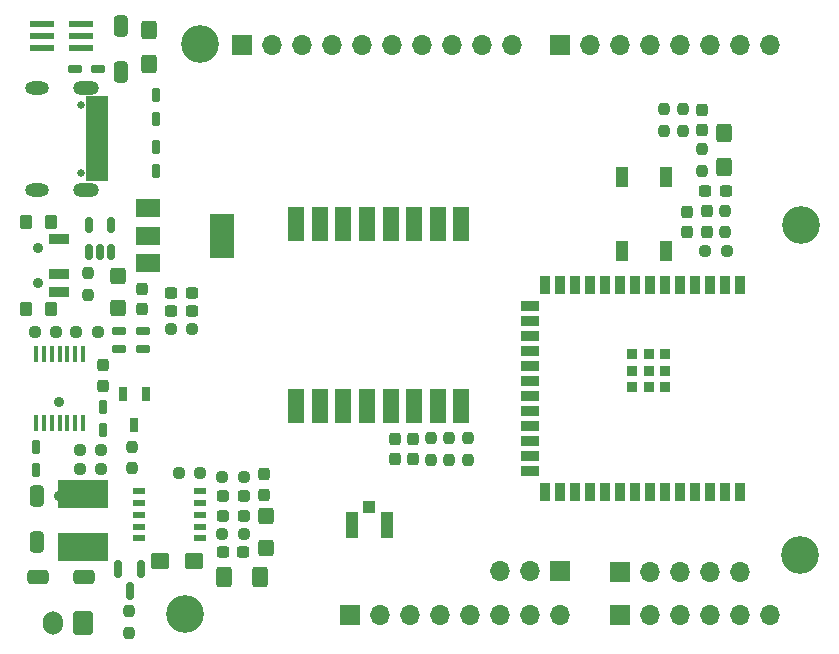
<source format=gbr>
%TF.GenerationSoftware,KiCad,Pcbnew,7.0.6*%
%TF.CreationDate,2024-02-07T19:17:42+08:00*%
%TF.ProjectId,PCB_Main_Board_ESP32S3_RFM95,5043425f-4d61-4696-9e5f-426f6172645f,rev?*%
%TF.SameCoordinates,Original*%
%TF.FileFunction,Soldermask,Top*%
%TF.FilePolarity,Negative*%
%FSLAX46Y46*%
G04 Gerber Fmt 4.6, Leading zero omitted, Abs format (unit mm)*
G04 Created by KiCad (PCBNEW 7.0.6) date 2024-02-07 19:17:42*
%MOMM*%
%LPD*%
G01*
G04 APERTURE LIST*
G04 Aperture macros list*
%AMRoundRect*
0 Rectangle with rounded corners*
0 $1 Rounding radius*
0 $2 $3 $4 $5 $6 $7 $8 $9 X,Y pos of 4 corners*
0 Add a 4 corners polygon primitive as box body*
4,1,4,$2,$3,$4,$5,$6,$7,$8,$9,$2,$3,0*
0 Add four circle primitives for the rounded corners*
1,1,$1+$1,$2,$3*
1,1,$1+$1,$4,$5*
1,1,$1+$1,$6,$7*
1,1,$1+$1,$8,$9*
0 Add four rect primitives between the rounded corners*
20,1,$1+$1,$2,$3,$4,$5,0*
20,1,$1+$1,$4,$5,$6,$7,0*
20,1,$1+$1,$6,$7,$8,$9,0*
20,1,$1+$1,$8,$9,$2,$3,0*%
G04 Aperture macros list end*
%ADD10RoundRect,0.237500X-0.287500X-0.237500X0.287500X-0.237500X0.287500X0.237500X-0.287500X0.237500X0*%
%ADD11C,3.200000*%
%ADD12RoundRect,0.250000X0.600000X0.750000X-0.600000X0.750000X-0.600000X-0.750000X0.600000X-0.750000X0*%
%ADD13O,1.700000X2.000000*%
%ADD14RoundRect,0.237500X-0.250000X-0.237500X0.250000X-0.237500X0.250000X0.237500X-0.250000X0.237500X0*%
%ADD15RoundRect,0.250000X-0.537500X-0.425000X0.537500X-0.425000X0.537500X0.425000X-0.537500X0.425000X0*%
%ADD16RoundRect,0.237500X-0.237500X0.250000X-0.237500X-0.250000X0.237500X-0.250000X0.237500X0.250000X0*%
%ADD17RoundRect,0.237500X0.237500X-0.300000X0.237500X0.300000X-0.237500X0.300000X-0.237500X-0.300000X0*%
%ADD18R,2.000000X1.500000*%
%ADD19R,2.000000X3.800000*%
%ADD20RoundRect,0.237500X0.250000X0.237500X-0.250000X0.237500X-0.250000X-0.237500X0.250000X-0.237500X0*%
%ADD21RoundRect,0.175000X0.175000X-0.425000X0.175000X0.425000X-0.175000X0.425000X-0.175000X-0.425000X0*%
%ADD22C,0.650000*%
%ADD23RoundRect,0.102000X-0.870000X0.150000X-0.870000X-0.150000X0.870000X-0.150000X0.870000X0.150000X0*%
%ADD24O,2.204000X1.204000*%
%ADD25O,2.004000X1.104000*%
%ADD26RoundRect,0.237500X-0.300000X-0.237500X0.300000X-0.237500X0.300000X0.237500X-0.300000X0.237500X0*%
%ADD27R,1.700000X1.700000*%
%ADD28O,1.700000X1.700000*%
%ADD29RoundRect,0.300000X0.300000X-0.600000X0.300000X0.600000X-0.300000X0.600000X-0.300000X-0.600000X0*%
%ADD30RoundRect,0.250000X0.425000X-0.450000X0.425000X0.450000X-0.425000X0.450000X-0.425000X-0.450000X0*%
%ADD31RoundRect,0.175000X-0.175000X0.425000X-0.175000X-0.425000X0.175000X-0.425000X0.175000X0.425000X0*%
%ADD32RoundRect,0.237500X0.237500X-0.250000X0.237500X0.250000X-0.237500X0.250000X-0.237500X-0.250000X0*%
%ADD33C,0.900000*%
%ADD34RoundRect,0.102000X-0.750000X0.350000X-0.750000X-0.350000X0.750000X-0.350000X0.750000X0.350000X0*%
%ADD35RoundRect,0.102000X-0.400000X0.500000X-0.400000X-0.500000X0.400000X-0.500000X0.400000X0.500000X0*%
%ADD36RoundRect,0.175000X0.425000X0.175000X-0.425000X0.175000X-0.425000X-0.175000X0.425000X-0.175000X0*%
%ADD37RoundRect,0.300000X-0.600000X-0.300000X0.600000X-0.300000X0.600000X0.300000X-0.600000X0.300000X0*%
%ADD38RoundRect,0.150000X-0.150000X0.587500X-0.150000X-0.587500X0.150000X-0.587500X0.150000X0.587500X0*%
%ADD39R,1.100000X2.250000*%
%ADD40R,1.050000X1.100000*%
%ADD41R,1.100000X0.510000*%
%ADD42R,0.355600X1.473200*%
%ADD43RoundRect,0.250000X0.400000X0.625000X-0.400000X0.625000X-0.400000X-0.625000X0.400000X-0.625000X0*%
%ADD44RoundRect,0.250000X-0.425000X0.450000X-0.425000X-0.450000X0.425000X-0.450000X0.425000X0.450000X0*%
%ADD45R,4.200000X2.400000*%
%ADD46RoundRect,0.150000X0.150000X-0.512500X0.150000X0.512500X-0.150000X0.512500X-0.150000X-0.512500X0*%
%ADD47RoundRect,0.250000X0.425000X-0.537500X0.425000X0.537500X-0.425000X0.537500X-0.425000X-0.537500X0*%
%ADD48RoundRect,0.300000X-0.300000X0.600000X-0.300000X-0.600000X0.300000X-0.600000X0.300000X0.600000X0*%
%ADD49R,2.000000X0.500000*%
%ADD50RoundRect,0.237500X-0.237500X0.300000X-0.237500X-0.300000X0.237500X-0.300000X0.237500X0.300000X0*%
%ADD51RoundRect,0.237500X-0.237500X0.287500X-0.237500X-0.287500X0.237500X-0.287500X0.237500X0.287500X0*%
%ADD52R,0.900000X1.500000*%
%ADD53R,1.500000X0.900000*%
%ADD54R,0.900000X0.900000*%
%ADD55R,0.650000X1.220000*%
%ADD56R,1.400000X3.000000*%
%ADD57R,1.000000X1.700000*%
G04 APERTURE END LIST*
D10*
%TO.C,D1*%
X56937500Y-98340000D03*
X58687500Y-98340000D03*
%TD*%
D11*
%TO.C,REF\u002A\u002A*%
X105816400Y-103276400D03*
%TD*%
%TO.C,REF\u002A\u002A*%
X53746400Y-108331000D03*
%TD*%
%TO.C,REF\u002A\u002A*%
X55016400Y-60071000D03*
%TD*%
D12*
%TO.C,J1*%
X45050000Y-109100000D03*
D13*
X42550000Y-109100000D03*
%TD*%
D10*
%TO.C,D3*%
X56937500Y-99965000D03*
X58687500Y-99965000D03*
%TD*%
D14*
%TO.C,R2*%
X53187500Y-96365000D03*
X55012500Y-96365000D03*
%TD*%
D15*
%TO.C,C1*%
X51612500Y-103815000D03*
X54487500Y-103815000D03*
%TD*%
D16*
%TO.C,R7*%
X76100000Y-93395000D03*
X76100000Y-95220000D03*
%TD*%
D17*
%TO.C,C7*%
X71470000Y-95200000D03*
X71470000Y-93475000D03*
%TD*%
D18*
%TO.C,U7*%
X50585000Y-73960000D03*
X50585000Y-76260000D03*
D19*
X56885000Y-76260000D03*
D18*
X50585000Y-78560000D03*
%TD*%
D20*
%TO.C,R4*%
X58700000Y-96740000D03*
X56875000Y-96740000D03*
%TD*%
D17*
%TO.C,C6*%
X73010000Y-95190000D03*
X73010000Y-93465000D03*
%TD*%
%TO.C,C8*%
X96260000Y-75972500D03*
X96260000Y-74247500D03*
%TD*%
D21*
%TO.C,D16*%
X41100000Y-94130000D03*
X41100000Y-96130000D03*
%TD*%
D22*
%TO.C,J2*%
X44880000Y-65185000D03*
X44880000Y-70965000D03*
D23*
X46250000Y-64725000D03*
X46250000Y-65525000D03*
X46250000Y-66825000D03*
X46250000Y-67825000D03*
X46250000Y-68325000D03*
X46250000Y-69325000D03*
X46250000Y-70625000D03*
X46250000Y-71425000D03*
X46250000Y-71125000D03*
X46250000Y-70325000D03*
X46250000Y-69825000D03*
X46250000Y-68825000D03*
X46250000Y-67325000D03*
X46250000Y-66325000D03*
X46250000Y-65825000D03*
X46250000Y-65025000D03*
D24*
X45360000Y-63750000D03*
X45360000Y-72400000D03*
D25*
X41180000Y-63750000D03*
X41180000Y-72400000D03*
%TD*%
D26*
%TO.C,C20*%
X52575000Y-82652500D03*
X54300000Y-82652500D03*
%TD*%
D14*
%TO.C,R20*%
X44787500Y-96000000D03*
X46612500Y-96000000D03*
%TD*%
D27*
%TO.C,J5*%
X90590000Y-108350000D03*
D28*
X93130000Y-108350000D03*
X95670000Y-108350000D03*
X98210000Y-108350000D03*
X100750000Y-108350000D03*
X103290000Y-108350000D03*
%TD*%
D29*
%TO.C,D8*%
X41162500Y-102190000D03*
X41162500Y-98290000D03*
%TD*%
D30*
%TO.C,C5*%
X60600000Y-102740000D03*
X60600000Y-100040000D03*
%TD*%
D16*
%TO.C,R29*%
X49250000Y-94127500D03*
X49250000Y-95952500D03*
%TD*%
D31*
%TO.C,D5*%
X51225000Y-70750000D03*
X51225000Y-68750000D03*
%TD*%
D21*
%TO.C,D6*%
X51225000Y-64350000D03*
X51225000Y-66350000D03*
%TD*%
D32*
%TO.C,R16*%
X95850000Y-67365000D03*
X95850000Y-65540000D03*
%TD*%
D33*
%TO.C,S1*%
X41300000Y-77290000D03*
X41300000Y-80290000D03*
D34*
X43050000Y-76540000D03*
X43050000Y-79540000D03*
X43050000Y-81040000D03*
D35*
X42350000Y-75140000D03*
X40250000Y-75140000D03*
X40250000Y-82440000D03*
X42350000Y-82440000D03*
%TD*%
D14*
%TO.C,R22*%
X44507500Y-84410000D03*
X46332500Y-84410000D03*
%TD*%
D27*
%TO.C,J10*%
X85460000Y-104690000D03*
D28*
X82920000Y-104690000D03*
X80380000Y-104690000D03*
%TD*%
D11*
%TO.C,REF\u002A\u002A*%
X105850000Y-75350000D03*
%TD*%
D20*
%TO.C,R30*%
X54350000Y-84202500D03*
X52525000Y-84202500D03*
%TD*%
D36*
%TO.C,D2*%
X44375000Y-62175000D03*
X46375000Y-62175000D03*
%TD*%
D20*
%TO.C,R24*%
X42837500Y-84390000D03*
X41012500Y-84390000D03*
%TD*%
D37*
%TO.C,D7*%
X41275000Y-105200000D03*
X45175000Y-105200000D03*
%TD*%
D14*
%TO.C,R21*%
X44807500Y-94390000D03*
X46632500Y-94390000D03*
%TD*%
D27*
%TO.C,J6*%
X67710000Y-108350000D03*
D28*
X70250000Y-108350000D03*
X72790000Y-108350000D03*
X75330000Y-108350000D03*
X77870000Y-108350000D03*
X80410000Y-108350000D03*
X82950000Y-108350000D03*
X85490000Y-108350000D03*
%TD*%
D38*
%TO.C,Q1*%
X49975000Y-104462500D03*
X48075000Y-104462500D03*
X49025000Y-106337500D03*
%TD*%
D26*
%TO.C,C21*%
X52575000Y-81090000D03*
X54300000Y-81090000D03*
%TD*%
D16*
%TO.C,R6*%
X74550000Y-93405000D03*
X74550000Y-95230000D03*
%TD*%
D39*
%TO.C,J4*%
X70785000Y-100770000D03*
X67835000Y-100770000D03*
D40*
X69310000Y-99220000D03*
%TD*%
D41*
%TO.C,U1*%
X54962500Y-101890000D03*
X54962500Y-100890000D03*
X54962500Y-99890000D03*
X54962500Y-98890000D03*
X54962500Y-97890000D03*
X49862500Y-97890000D03*
X49862500Y-98890000D03*
X49862500Y-99890000D03*
X49862500Y-100890000D03*
X49862500Y-101890000D03*
%TD*%
D42*
%TO.C,U6*%
X41144200Y-92101000D03*
X41804600Y-92101000D03*
X42439600Y-92101000D03*
X43100000Y-92101000D03*
X43760400Y-92101000D03*
X44395400Y-92101000D03*
X45055800Y-92101000D03*
X45055800Y-86259000D03*
X44395400Y-86259000D03*
X43760400Y-86259000D03*
X43100000Y-86259000D03*
X42439600Y-86259000D03*
X41804600Y-86259000D03*
X41144200Y-86259000D03*
%TD*%
D26*
%TO.C,C3*%
X56925000Y-103015000D03*
X58650000Y-103015000D03*
%TD*%
D36*
%TO.C,D19*%
X50150000Y-84350000D03*
X48150000Y-84350000D03*
%TD*%
D43*
%TO.C,R5*%
X60100000Y-105140000D03*
X57000000Y-105140000D03*
%TD*%
D32*
%TO.C,R28*%
X97470000Y-70770000D03*
X97470000Y-68945000D03*
%TD*%
D44*
%TO.C,C18*%
X48050000Y-79690000D03*
X48050000Y-82390000D03*
%TD*%
D45*
%TO.C,L1*%
X45075000Y-102625000D03*
X45075000Y-98125000D03*
%TD*%
D27*
%TO.C,J7*%
X85480000Y-60100000D03*
D28*
X88020000Y-60100000D03*
X90560000Y-60100000D03*
X93100000Y-60100000D03*
X95640000Y-60100000D03*
X98180000Y-60100000D03*
X100720000Y-60100000D03*
X103260000Y-60100000D03*
%TD*%
D14*
%TO.C,R3*%
X56887500Y-101490000D03*
X58712500Y-101490000D03*
%TD*%
D36*
%TO.C,D18*%
X48160000Y-85870000D03*
X50160000Y-85870000D03*
%TD*%
D46*
%TO.C,IC1*%
X45550000Y-77665000D03*
X46500000Y-77665000D03*
X47450000Y-77665000D03*
X47450000Y-75390000D03*
X45550000Y-75390000D03*
%TD*%
D26*
%TO.C,C15*%
X97767500Y-72450000D03*
X99492500Y-72450000D03*
%TD*%
D32*
%TO.C,R15*%
X94300000Y-67375000D03*
X94300000Y-65550000D03*
%TD*%
%TO.C,R23*%
X99480000Y-75962500D03*
X99480000Y-74137500D03*
%TD*%
D14*
%TO.C,R25*%
X97777500Y-77550000D03*
X99602500Y-77550000D03*
%TD*%
D47*
%TO.C,C2*%
X50675000Y-61737500D03*
X50675000Y-58862500D03*
%TD*%
D32*
%TO.C,R27*%
X45475000Y-81252500D03*
X45475000Y-79427500D03*
%TD*%
D48*
%TO.C,D4*%
X48300000Y-58500000D03*
X48300000Y-62400000D03*
%TD*%
D49*
%TO.C,J12*%
X41625000Y-58375000D03*
X44925000Y-58375000D03*
X41625000Y-59375000D03*
X44925000Y-59375000D03*
X41625000Y-60375000D03*
X44925000Y-60375000D03*
%TD*%
D50*
%TO.C,C22*%
X46775000Y-87257500D03*
X46775000Y-88982500D03*
%TD*%
D47*
%TO.C,C16*%
X99360000Y-70457500D03*
X99360000Y-67582500D03*
%TD*%
D17*
%TO.C,C19*%
X50085000Y-82502500D03*
X50085000Y-80777500D03*
%TD*%
D51*
%TO.C,D20*%
X97460000Y-65585000D03*
X97460000Y-67335000D03*
%TD*%
D52*
%TO.C,U5*%
X100690000Y-80450000D03*
X99420000Y-80450000D03*
X98150000Y-80450000D03*
X96880000Y-80450000D03*
X95610000Y-80450000D03*
X94340000Y-80450000D03*
X93070000Y-80450000D03*
X91800000Y-80450000D03*
X90530000Y-80450000D03*
X89260000Y-80450000D03*
X87990000Y-80450000D03*
X86720000Y-80450000D03*
X85450000Y-80450000D03*
X84180000Y-80450000D03*
D53*
X82930000Y-82215000D03*
X82930000Y-83485000D03*
X82930000Y-84755000D03*
X82930000Y-86025000D03*
X82930000Y-87295000D03*
X82930000Y-88565000D03*
X82930000Y-89835000D03*
X82930000Y-91105000D03*
X82930000Y-92375000D03*
X82930000Y-93645000D03*
X82930000Y-94915000D03*
X82930000Y-96185000D03*
D52*
X84180000Y-97950000D03*
X85450000Y-97950000D03*
X86720000Y-97950000D03*
X87990000Y-97950000D03*
X89260000Y-97950000D03*
X90530000Y-97950000D03*
X91800000Y-97950000D03*
X93070000Y-97950000D03*
X94340000Y-97950000D03*
X95610000Y-97950000D03*
X96880000Y-97950000D03*
X98150000Y-97950000D03*
X99420000Y-97950000D03*
X100690000Y-97950000D03*
D54*
X92970000Y-87700000D03*
X92970000Y-86300000D03*
X92970000Y-89100000D03*
X91570000Y-86300000D03*
X91570000Y-87700000D03*
X91570000Y-89100000D03*
X94370000Y-86300000D03*
X94370000Y-87700000D03*
X94370000Y-89100000D03*
%TD*%
D16*
%TO.C,R1*%
X48975000Y-108052500D03*
X48975000Y-109877500D03*
%TD*%
D50*
%TO.C,C4*%
X60425000Y-96477500D03*
X60425000Y-98202500D03*
%TD*%
D55*
%TO.C,Q2*%
X50375000Y-89705000D03*
X48475000Y-89705000D03*
X49425000Y-92325000D03*
%TD*%
D27*
%TO.C,J9*%
X58540000Y-60100000D03*
D28*
X61080000Y-60100000D03*
X63620000Y-60100000D03*
X66160000Y-60100000D03*
X68700000Y-60100000D03*
X71240000Y-60100000D03*
X73780000Y-60100000D03*
X76320000Y-60100000D03*
X78860000Y-60100000D03*
X81400000Y-60100000D03*
%TD*%
D27*
%TO.C,J11*%
X90580000Y-104760000D03*
D28*
X93120000Y-104760000D03*
X95660000Y-104760000D03*
X98200000Y-104760000D03*
X100740000Y-104760000D03*
%TD*%
D16*
%TO.C,R8*%
X77660000Y-93395000D03*
X77660000Y-95220000D03*
%TD*%
D50*
%TO.C,C17*%
X97900000Y-74197500D03*
X97900000Y-75922500D03*
%TD*%
D56*
%TO.C,U2*%
X77120000Y-75300000D03*
X75120000Y-75300000D03*
X73120000Y-75300000D03*
X71120000Y-75300000D03*
X69120000Y-75300000D03*
X67120000Y-75300000D03*
X65120000Y-75300000D03*
X63120000Y-75300000D03*
X63120000Y-90700000D03*
X65120000Y-90700000D03*
X67120000Y-90700000D03*
X69120000Y-90700000D03*
X71120000Y-90700000D03*
X73120000Y-90700000D03*
X75120000Y-90700000D03*
X77120000Y-90700000D03*
%TD*%
D57*
%TO.C,S2*%
X90680000Y-77602500D03*
X90680000Y-71302500D03*
X94480000Y-77602500D03*
X94480000Y-71302500D03*
%TD*%
D21*
%TO.C,D17*%
X46750000Y-90730000D03*
X46750000Y-92730000D03*
%TD*%
D33*
%TO.C,P1*%
X43080000Y-98320000D03*
X43080000Y-90320000D03*
%TD*%
M02*

</source>
